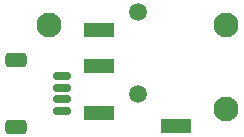
<source format=gbr>
%TF.GenerationSoftware,KiCad,Pcbnew,(6.0.5-0)*%
%TF.CreationDate,2022-07-05T23:04:03-07:00*%
%TF.ProjectId,trrs,74727273-2e6b-4696-9361-645f70636258,rev?*%
%TF.SameCoordinates,Original*%
%TF.FileFunction,Soldermask,Bot*%
%TF.FilePolarity,Negative*%
%FSLAX46Y46*%
G04 Gerber Fmt 4.6, Leading zero omitted, Abs format (unit mm)*
G04 Created by KiCad (PCBNEW (6.0.5-0)) date 2022-07-05 23:04:03*
%MOMM*%
%LPD*%
G01*
G04 APERTURE LIST*
G04 Aperture macros list*
%AMRoundRect*
0 Rectangle with rounded corners*
0 $1 Rounding radius*
0 $2 $3 $4 $5 $6 $7 $8 $9 X,Y pos of 4 corners*
0 Add a 4 corners polygon primitive as box body*
4,1,4,$2,$3,$4,$5,$6,$7,$8,$9,$2,$3,0*
0 Add four circle primitives for the rounded corners*
1,1,$1+$1,$2,$3*
1,1,$1+$1,$4,$5*
1,1,$1+$1,$6,$7*
1,1,$1+$1,$8,$9*
0 Add four rect primitives between the rounded corners*
20,1,$1+$1,$2,$3,$4,$5,0*
20,1,$1+$1,$4,$5,$6,$7,0*
20,1,$1+$1,$6,$7,$8,$9,0*
20,1,$1+$1,$8,$9,$2,$3,0*%
G04 Aperture macros list end*
%ADD10C,2.100000*%
%ADD11C,1.500000*%
%ADD12R,2.500000X1.200000*%
%ADD13RoundRect,0.150000X0.625000X-0.150000X0.625000X0.150000X-0.625000X0.150000X-0.625000X-0.150000X0*%
%ADD14RoundRect,0.250000X0.650000X-0.350000X0.650000X0.350000X-0.650000X0.350000X-0.650000X-0.350000X0*%
G04 APERTURE END LIST*
D10*
%TO.C,H3*%
X107500000Y-53500000D03*
%TD*%
%TO.C,H1*%
X92500000Y-46350000D03*
%TD*%
D11*
%TO.C,J5*%
X100000000Y-45225000D03*
X100000000Y-52225000D03*
%TD*%
D10*
%TO.C,H2*%
X107500000Y-46350000D03*
%TD*%
D11*
%TO.C,J6*%
X100000000Y-52225000D03*
X100000000Y-45225000D03*
D12*
X96750000Y-49825000D03*
X96750000Y-46825000D03*
X103250000Y-54925000D03*
X96750000Y-53825000D03*
%TD*%
D13*
%TO.C,J8*%
X93607000Y-53670000D03*
X93607000Y-52670000D03*
X93607000Y-51670000D03*
X93607000Y-50670000D03*
D14*
X89732000Y-49370000D03*
X89732000Y-54970000D03*
%TD*%
M02*

</source>
